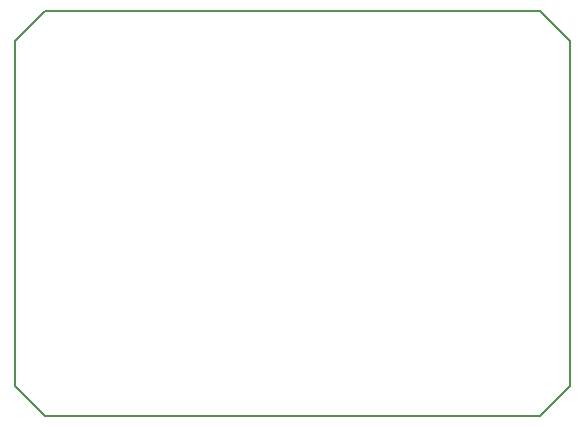
<source format=gm1>
G04 #@! TF.FileFunction,Profile,NP*
%FSLAX46Y46*%
G04 Gerber Fmt 4.6, Leading zero omitted, Abs format (unit mm)*
G04 Created by KiCad (PCBNEW 4.0.7-e2-6376~58~ubuntu17.04.1) date Wed Oct  4 11:26:47 2017*
%MOMM*%
%LPD*%
G01*
G04 APERTURE LIST*
%ADD10C,0.100000*%
%ADD11C,0.150000*%
G04 APERTURE END LIST*
D10*
D11*
X146050000Y-109220000D02*
X146050000Y-80010000D01*
X190500000Y-111760000D02*
X148590000Y-111760000D01*
X193040000Y-80010000D02*
X193040000Y-109220000D01*
X148590000Y-77470000D02*
X190500000Y-77470000D01*
X190500000Y-77470000D02*
X193040000Y-80010000D01*
X190500000Y-111760000D02*
X193040000Y-109220000D01*
X148590000Y-77470000D02*
X146050000Y-80010000D01*
X146050000Y-109220000D02*
X148590000Y-111760000D01*
M02*

</source>
